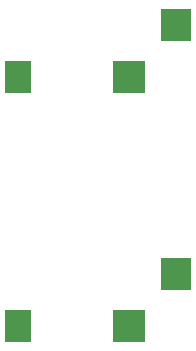
<source format=gbr>
G04 #@! TF.GenerationSoftware,KiCad,Pcbnew,(5.0.1)-rc2*
G04 #@! TF.CreationDate,2018-12-09T02:21:17-05:00*
G04 #@! TF.ProjectId,lfo,6C666F2E6B696361645F706362000000,rev?*
G04 #@! TF.SameCoordinates,Original*
G04 #@! TF.FileFunction,Paste,Top*
G04 #@! TF.FilePolarity,Positive*
%FSLAX46Y46*%
G04 Gerber Fmt 4.6, Leading zero omitted, Abs format (unit mm)*
G04 Created by KiCad (PCBNEW (5.0.1)-rc2) date 12/9/2018 2:21:17 AM*
%MOMM*%
%LPD*%
G01*
G04 APERTURE LIST*
%ADD10R,2.600000X2.800000*%
%ADD11R,2.800000X2.800000*%
%ADD12R,2.200000X2.800000*%
G04 APERTURE END LIST*
D10*
G04 #@! TO.C,J4*
X121199000Y-76339000D03*
D11*
X117199000Y-80789000D03*
D12*
X107799000Y-80789000D03*
G04 #@! TD*
G04 #@! TO.C,J5*
X107799000Y-59707000D03*
D11*
X117199000Y-59707000D03*
D10*
X121199000Y-55257000D03*
G04 #@! TD*
M02*

</source>
